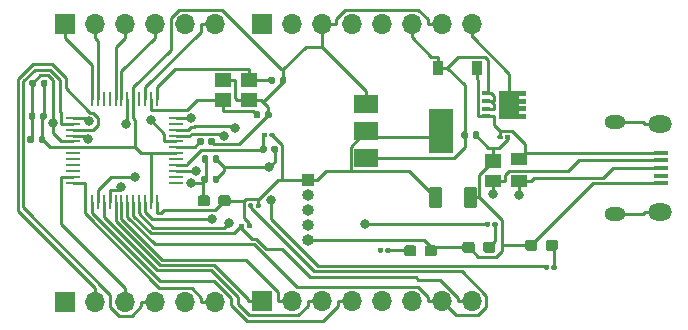
<source format=gtl>
%TF.GenerationSoftware,KiCad,Pcbnew,(5.1.10)-1*%
%TF.CreationDate,2021-11-18T18:04:20+00:00*%
%TF.ProjectId,arduino_zero_like,61726475-696e-46f5-9f7a-65726f5f6c69,rev?*%
%TF.SameCoordinates,Original*%
%TF.FileFunction,Copper,L1,Top*%
%TF.FilePolarity,Positive*%
%FSLAX46Y46*%
G04 Gerber Fmt 4.6, Leading zero omitted, Abs format (unit mm)*
G04 Created by KiCad (PCBNEW (5.1.10)-1) date 2021-11-18 18:04:20*
%MOMM*%
%LPD*%
G01*
G04 APERTURE LIST*
%TA.AperFunction,SMDPad,CuDef*%
%ADD10R,0.900000X1.200000*%
%TD*%
%TA.AperFunction,SMDPad,CuDef*%
%ADD11R,1.400000X1.200000*%
%TD*%
%TA.AperFunction,SMDPad,CuDef*%
%ADD12R,1.400000X1.000000*%
%TD*%
%TA.AperFunction,ComponentPad*%
%ADD13R,1.700000X1.700000*%
%TD*%
%TA.AperFunction,ComponentPad*%
%ADD14O,1.700000X1.700000*%
%TD*%
%TA.AperFunction,ComponentPad*%
%ADD15R,1.000000X1.000000*%
%TD*%
%TA.AperFunction,ComponentPad*%
%ADD16O,1.000000X1.000000*%
%TD*%
%TA.AperFunction,SMDPad,CuDef*%
%ADD17R,1.300000X0.450000*%
%TD*%
%TA.AperFunction,ComponentPad*%
%ADD18O,2.000000X1.450000*%
%TD*%
%TA.AperFunction,ComponentPad*%
%ADD19O,1.800000X1.150000*%
%TD*%
%TA.AperFunction,SMDPad,CuDef*%
%ADD20R,0.700000X0.420000*%
%TD*%
%TA.AperFunction,SMDPad,CuDef*%
%ADD21C,0.100000*%
%TD*%
%TA.AperFunction,SMDPad,CuDef*%
%ADD22R,2.000000X3.800000*%
%TD*%
%TA.AperFunction,SMDPad,CuDef*%
%ADD23R,2.000000X1.500000*%
%TD*%
%TA.AperFunction,SMDPad,CuDef*%
%ADD24R,0.250000X1.300000*%
%TD*%
%TA.AperFunction,SMDPad,CuDef*%
%ADD25R,1.300000X0.250000*%
%TD*%
%TA.AperFunction,ViaPad*%
%ADD26C,0.800000*%
%TD*%
%TA.AperFunction,Conductor*%
%ADD27C,0.250000*%
%TD*%
G04 APERTURE END LIST*
%TO.P,C1,2*%
%TO.N,GND*%
%TA.AperFunction,SMDPad,CuDef*%
G36*
G01*
X91440000Y-66560000D02*
X91440000Y-66220000D01*
G75*
G02*
X91580000Y-66080000I140000J0D01*
G01*
X91860000Y-66080000D01*
G75*
G02*
X92000000Y-66220000I0J-140000D01*
G01*
X92000000Y-66560000D01*
G75*
G02*
X91860000Y-66700000I-140000J0D01*
G01*
X91580000Y-66700000D01*
G75*
G02*
X91440000Y-66560000I0J140000D01*
G01*
G37*
%TD.AperFunction*%
%TO.P,C1,1*%
%TO.N,+5V*%
%TA.AperFunction,SMDPad,CuDef*%
G36*
G01*
X90480000Y-66560000D02*
X90480000Y-66220000D01*
G75*
G02*
X90620000Y-66080000I140000J0D01*
G01*
X90900000Y-66080000D01*
G75*
G02*
X91040000Y-66220000I0J-140000D01*
G01*
X91040000Y-66560000D01*
G75*
G02*
X90900000Y-66700000I-140000J0D01*
G01*
X90620000Y-66700000D01*
G75*
G02*
X90480000Y-66560000I0J140000D01*
G01*
G37*
%TD.AperFunction*%
%TD*%
%TO.P,C2,1*%
%TO.N,+3V3*%
%TA.AperFunction,SMDPad,CuDef*%
G36*
G01*
X87715000Y-72320001D02*
X87715000Y-71019999D01*
G75*
G02*
X87964999Y-70770000I249999J0D01*
G01*
X88615001Y-70770000D01*
G75*
G02*
X88865000Y-71019999I0J-249999D01*
G01*
X88865000Y-72320001D01*
G75*
G02*
X88615001Y-72570000I-249999J0D01*
G01*
X87964999Y-72570000D01*
G75*
G02*
X87715000Y-72320001I0J249999D01*
G01*
G37*
%TD.AperFunction*%
%TO.P,C2,2*%
%TO.N,GND*%
%TA.AperFunction,SMDPad,CuDef*%
G36*
G01*
X90665000Y-72320001D02*
X90665000Y-71019999D01*
G75*
G02*
X90914999Y-70770000I249999J0D01*
G01*
X91565001Y-70770000D01*
G75*
G02*
X91815000Y-71019999I0J-249999D01*
G01*
X91815000Y-72320001D01*
G75*
G02*
X91565001Y-72570000I-249999J0D01*
G01*
X90914999Y-72570000D01*
G75*
G02*
X90665000Y-72320001I0J249999D01*
G01*
G37*
%TD.AperFunction*%
%TD*%
%TO.P,C3,2*%
%TO.N,GND*%
%TA.AperFunction,SMDPad,CuDef*%
G36*
G01*
X75110000Y-61920000D02*
X75110000Y-61580000D01*
G75*
G02*
X75250000Y-61440000I140000J0D01*
G01*
X75530000Y-61440000D01*
G75*
G02*
X75670000Y-61580000I0J-140000D01*
G01*
X75670000Y-61920000D01*
G75*
G02*
X75530000Y-62060000I-140000J0D01*
G01*
X75250000Y-62060000D01*
G75*
G02*
X75110000Y-61920000I0J140000D01*
G01*
G37*
%TD.AperFunction*%
%TO.P,C3,1*%
%TO.N,Net-(C3-Pad1)*%
%TA.AperFunction,SMDPad,CuDef*%
G36*
G01*
X74150000Y-61920000D02*
X74150000Y-61580000D01*
G75*
G02*
X74290000Y-61440000I140000J0D01*
G01*
X74570000Y-61440000D01*
G75*
G02*
X74710000Y-61580000I0J-140000D01*
G01*
X74710000Y-61920000D01*
G75*
G02*
X74570000Y-62060000I-140000J0D01*
G01*
X74290000Y-62060000D01*
G75*
G02*
X74150000Y-61920000I0J140000D01*
G01*
G37*
%TD.AperFunction*%
%TD*%
%TO.P,C4,1*%
%TO.N,Net-(C4-Pad1)*%
%TA.AperFunction,SMDPad,CuDef*%
G36*
G01*
X72890000Y-64840000D02*
X72890000Y-64500000D01*
G75*
G02*
X73030000Y-64360000I140000J0D01*
G01*
X73310000Y-64360000D01*
G75*
G02*
X73450000Y-64500000I0J-140000D01*
G01*
X73450000Y-64840000D01*
G75*
G02*
X73310000Y-64980000I-140000J0D01*
G01*
X73030000Y-64980000D01*
G75*
G02*
X72890000Y-64840000I0J140000D01*
G01*
G37*
%TD.AperFunction*%
%TO.P,C4,2*%
%TO.N,GND*%
%TA.AperFunction,SMDPad,CuDef*%
G36*
G01*
X73850000Y-64840000D02*
X73850000Y-64500000D01*
G75*
G02*
X73990000Y-64360000I140000J0D01*
G01*
X74270000Y-64360000D01*
G75*
G02*
X74410000Y-64500000I0J-140000D01*
G01*
X74410000Y-64840000D01*
G75*
G02*
X74270000Y-64980000I-140000J0D01*
G01*
X73990000Y-64980000D01*
G75*
G02*
X73850000Y-64840000I0J140000D01*
G01*
G37*
%TD.AperFunction*%
%TD*%
%TO.P,C5,1*%
%TO.N,+3V3*%
%TA.AperFunction,SMDPad,CuDef*%
G36*
G01*
X53740000Y-66930000D02*
X53740000Y-66590000D01*
G75*
G02*
X53880000Y-66450000I140000J0D01*
G01*
X54160000Y-66450000D01*
G75*
G02*
X54300000Y-66590000I0J-140000D01*
G01*
X54300000Y-66930000D01*
G75*
G02*
X54160000Y-67070000I-140000J0D01*
G01*
X53880000Y-67070000D01*
G75*
G02*
X53740000Y-66930000I0J140000D01*
G01*
G37*
%TD.AperFunction*%
%TO.P,C5,2*%
%TO.N,GND*%
%TA.AperFunction,SMDPad,CuDef*%
G36*
G01*
X54700000Y-66930000D02*
X54700000Y-66590000D01*
G75*
G02*
X54840000Y-66450000I140000J0D01*
G01*
X55120000Y-66450000D01*
G75*
G02*
X55260000Y-66590000I0J-140000D01*
G01*
X55260000Y-66930000D01*
G75*
G02*
X55120000Y-67070000I-140000J0D01*
G01*
X54840000Y-67070000D01*
G75*
G02*
X54700000Y-66930000I0J140000D01*
G01*
G37*
%TD.AperFunction*%
%TD*%
%TO.P,C6,2*%
%TO.N,GND*%
%TA.AperFunction,SMDPad,CuDef*%
G36*
G01*
X74390000Y-67750000D02*
X74390000Y-67410000D01*
G75*
G02*
X74530000Y-67270000I140000J0D01*
G01*
X74810000Y-67270000D01*
G75*
G02*
X74950000Y-67410000I0J-140000D01*
G01*
X74950000Y-67750000D01*
G75*
G02*
X74810000Y-67890000I-140000J0D01*
G01*
X74530000Y-67890000D01*
G75*
G02*
X74390000Y-67750000I0J140000D01*
G01*
G37*
%TD.AperFunction*%
%TO.P,C6,1*%
%TO.N,Net-(C6-Pad1)*%
%TA.AperFunction,SMDPad,CuDef*%
G36*
G01*
X73430000Y-67750000D02*
X73430000Y-67410000D01*
G75*
G02*
X73570000Y-67270000I140000J0D01*
G01*
X73850000Y-67270000D01*
G75*
G02*
X73990000Y-67410000I0J-140000D01*
G01*
X73990000Y-67750000D01*
G75*
G02*
X73850000Y-67890000I-140000J0D01*
G01*
X73570000Y-67890000D01*
G75*
G02*
X73430000Y-67750000I0J140000D01*
G01*
G37*
%TD.AperFunction*%
%TD*%
%TO.P,C7,2*%
%TO.N,GND*%
%TA.AperFunction,SMDPad,CuDef*%
G36*
G01*
X54810000Y-64960000D02*
X54810000Y-64620000D01*
G75*
G02*
X54950000Y-64480000I140000J0D01*
G01*
X55230000Y-64480000D01*
G75*
G02*
X55370000Y-64620000I0J-140000D01*
G01*
X55370000Y-64960000D01*
G75*
G02*
X55230000Y-65100000I-140000J0D01*
G01*
X54950000Y-65100000D01*
G75*
G02*
X54810000Y-64960000I0J140000D01*
G01*
G37*
%TD.AperFunction*%
%TO.P,C7,1*%
%TO.N,+3V3*%
%TA.AperFunction,SMDPad,CuDef*%
G36*
G01*
X53850000Y-64960000D02*
X53850000Y-64620000D01*
G75*
G02*
X53990000Y-64480000I140000J0D01*
G01*
X54270000Y-64480000D01*
G75*
G02*
X54410000Y-64620000I0J-140000D01*
G01*
X54410000Y-64960000D01*
G75*
G02*
X54270000Y-65100000I-140000J0D01*
G01*
X53990000Y-65100000D01*
G75*
G02*
X53850000Y-64960000I0J140000D01*
G01*
G37*
%TD.AperFunction*%
%TD*%
%TO.P,C8,1*%
%TO.N,+3V3*%
%TA.AperFunction,SMDPad,CuDef*%
G36*
G01*
X53910000Y-62170000D02*
X53910000Y-61830000D01*
G75*
G02*
X54050000Y-61690000I140000J0D01*
G01*
X54330000Y-61690000D01*
G75*
G02*
X54470000Y-61830000I0J-140000D01*
G01*
X54470000Y-62170000D01*
G75*
G02*
X54330000Y-62310000I-140000J0D01*
G01*
X54050000Y-62310000D01*
G75*
G02*
X53910000Y-62170000I0J140000D01*
G01*
G37*
%TD.AperFunction*%
%TO.P,C8,2*%
%TO.N,GND*%
%TA.AperFunction,SMDPad,CuDef*%
G36*
G01*
X54870000Y-62170000D02*
X54870000Y-61830000D01*
G75*
G02*
X55010000Y-61690000I140000J0D01*
G01*
X55290000Y-61690000D01*
G75*
G02*
X55430000Y-61830000I0J-140000D01*
G01*
X55430000Y-62170000D01*
G75*
G02*
X55290000Y-62310000I-140000J0D01*
G01*
X55010000Y-62310000D01*
G75*
G02*
X54870000Y-62170000I0J140000D01*
G01*
G37*
%TD.AperFunction*%
%TD*%
%TO.P,C9,1*%
%TO.N,Net-(C9-Pad1)*%
%TA.AperFunction,SMDPad,CuDef*%
G36*
G01*
X68110000Y-67100000D02*
X68110000Y-66760000D01*
G75*
G02*
X68250000Y-66620000I140000J0D01*
G01*
X68530000Y-66620000D01*
G75*
G02*
X68670000Y-66760000I0J-140000D01*
G01*
X68670000Y-67100000D01*
G75*
G02*
X68530000Y-67240000I-140000J0D01*
G01*
X68250000Y-67240000D01*
G75*
G02*
X68110000Y-67100000I0J140000D01*
G01*
G37*
%TD.AperFunction*%
%TO.P,C9,2*%
%TO.N,GND*%
%TA.AperFunction,SMDPad,CuDef*%
G36*
G01*
X69070000Y-67100000D02*
X69070000Y-66760000D01*
G75*
G02*
X69210000Y-66620000I140000J0D01*
G01*
X69490000Y-66620000D01*
G75*
G02*
X69630000Y-66760000I0J-140000D01*
G01*
X69630000Y-67100000D01*
G75*
G02*
X69490000Y-67240000I-140000J0D01*
G01*
X69210000Y-67240000D01*
G75*
G02*
X69070000Y-67100000I0J140000D01*
G01*
G37*
%TD.AperFunction*%
%TD*%
%TO.P,C10,1*%
%TO.N,Net-(C10-Pad1)*%
%TA.AperFunction,SMDPad,CuDef*%
G36*
G01*
X68480000Y-68570000D02*
X68480000Y-68230000D01*
G75*
G02*
X68620000Y-68090000I140000J0D01*
G01*
X68900000Y-68090000D01*
G75*
G02*
X69040000Y-68230000I0J-140000D01*
G01*
X69040000Y-68570000D01*
G75*
G02*
X68900000Y-68710000I-140000J0D01*
G01*
X68620000Y-68710000D01*
G75*
G02*
X68480000Y-68570000I0J140000D01*
G01*
G37*
%TD.AperFunction*%
%TO.P,C10,2*%
%TO.N,GND*%
%TA.AperFunction,SMDPad,CuDef*%
G36*
G01*
X69440000Y-68570000D02*
X69440000Y-68230000D01*
G75*
G02*
X69580000Y-68090000I140000J0D01*
G01*
X69860000Y-68090000D01*
G75*
G02*
X70000000Y-68230000I0J-140000D01*
G01*
X70000000Y-68570000D01*
G75*
G02*
X69860000Y-68710000I-140000J0D01*
G01*
X69580000Y-68710000D01*
G75*
G02*
X69440000Y-68570000I0J140000D01*
G01*
G37*
%TD.AperFunction*%
%TD*%
%TO.P,C11,2*%
%TO.N,GND*%
%TA.AperFunction,SMDPad,CuDef*%
G36*
G01*
X69430000Y-70290000D02*
X69430000Y-69950000D01*
G75*
G02*
X69570000Y-69810000I140000J0D01*
G01*
X69850000Y-69810000D01*
G75*
G02*
X69990000Y-69950000I0J-140000D01*
G01*
X69990000Y-70290000D01*
G75*
G02*
X69850000Y-70430000I-140000J0D01*
G01*
X69570000Y-70430000D01*
G75*
G02*
X69430000Y-70290000I0J140000D01*
G01*
G37*
%TD.AperFunction*%
%TO.P,C11,1*%
%TO.N,Net-(C10-Pad1)*%
%TA.AperFunction,SMDPad,CuDef*%
G36*
G01*
X68470000Y-70290000D02*
X68470000Y-69950000D01*
G75*
G02*
X68610000Y-69810000I140000J0D01*
G01*
X68890000Y-69810000D01*
G75*
G02*
X69030000Y-69950000I0J-140000D01*
G01*
X69030000Y-70290000D01*
G75*
G02*
X68890000Y-70430000I-140000J0D01*
G01*
X68610000Y-70430000D01*
G75*
G02*
X68470000Y-70290000I0J140000D01*
G01*
G37*
%TD.AperFunction*%
%TD*%
D10*
%TO.P,D1,1*%
%TO.N,+5V*%
X88500000Y-60680000D03*
%TO.P,D1,2*%
%TO.N,VBUS*%
X91800000Y-60680000D03*
%TD*%
%TO.P,D2,1*%
%TO.N,GND*%
%TA.AperFunction,SMDPad,CuDef*%
G36*
G01*
X88430000Y-75952500D02*
X88430000Y-76427500D01*
G75*
G02*
X88192500Y-76665000I-237500J0D01*
G01*
X87617500Y-76665000D01*
G75*
G02*
X87380000Y-76427500I0J237500D01*
G01*
X87380000Y-75952500D01*
G75*
G02*
X87617500Y-75715000I237500J0D01*
G01*
X88192500Y-75715000D01*
G75*
G02*
X88430000Y-75952500I0J-237500D01*
G01*
G37*
%TD.AperFunction*%
%TO.P,D2,2*%
%TO.N,Net-(D2-Pad2)*%
%TA.AperFunction,SMDPad,CuDef*%
G36*
G01*
X86680000Y-75952500D02*
X86680000Y-76427500D01*
G75*
G02*
X86442500Y-76665000I-237500J0D01*
G01*
X85867500Y-76665000D01*
G75*
G02*
X85630000Y-76427500I0J237500D01*
G01*
X85630000Y-75952500D01*
G75*
G02*
X85867500Y-75715000I237500J0D01*
G01*
X86442500Y-75715000D01*
G75*
G02*
X86680000Y-75952500I0J-237500D01*
G01*
G37*
%TD.AperFunction*%
%TD*%
%TO.P,D3,2*%
%TO.N,Net-(D3-Pad2)*%
%TA.AperFunction,SMDPad,CuDef*%
G36*
G01*
X97615000Y-75957500D02*
X97615000Y-75482500D01*
G75*
G02*
X97852500Y-75245000I237500J0D01*
G01*
X98427500Y-75245000D01*
G75*
G02*
X98665000Y-75482500I0J-237500D01*
G01*
X98665000Y-75957500D01*
G75*
G02*
X98427500Y-76195000I-237500J0D01*
G01*
X97852500Y-76195000D01*
G75*
G02*
X97615000Y-75957500I0J237500D01*
G01*
G37*
%TD.AperFunction*%
%TO.P,D3,1*%
%TO.N,GND*%
%TA.AperFunction,SMDPad,CuDef*%
G36*
G01*
X95865000Y-75957500D02*
X95865000Y-75482500D01*
G75*
G02*
X96102500Y-75245000I237500J0D01*
G01*
X96677500Y-75245000D01*
G75*
G02*
X96915000Y-75482500I0J-237500D01*
G01*
X96915000Y-75957500D01*
G75*
G02*
X96677500Y-76195000I-237500J0D01*
G01*
X96102500Y-76195000D01*
G75*
G02*
X95865000Y-75957500I0J237500D01*
G01*
G37*
%TD.AperFunction*%
%TD*%
%TO.P,D4,1*%
%TO.N,GND*%
%TA.AperFunction,SMDPad,CuDef*%
G36*
G01*
X90560000Y-76127500D02*
X90560000Y-75652500D01*
G75*
G02*
X90797500Y-75415000I237500J0D01*
G01*
X91372500Y-75415000D01*
G75*
G02*
X91610000Y-75652500I0J-237500D01*
G01*
X91610000Y-76127500D01*
G75*
G02*
X91372500Y-76365000I-237500J0D01*
G01*
X90797500Y-76365000D01*
G75*
G02*
X90560000Y-76127500I0J237500D01*
G01*
G37*
%TD.AperFunction*%
%TO.P,D4,2*%
%TO.N,Net-(D4-Pad2)*%
%TA.AperFunction,SMDPad,CuDef*%
G36*
G01*
X92310000Y-76127500D02*
X92310000Y-75652500D01*
G75*
G02*
X92547500Y-75415000I237500J0D01*
G01*
X93122500Y-75415000D01*
G75*
G02*
X93360000Y-75652500I0J-237500D01*
G01*
X93360000Y-76127500D01*
G75*
G02*
X93122500Y-76365000I-237500J0D01*
G01*
X92547500Y-76365000D01*
G75*
G02*
X92310000Y-76127500I0J237500D01*
G01*
G37*
%TD.AperFunction*%
%TD*%
D11*
%TO.P,D5,1*%
%TO.N,GND*%
X93150000Y-68580000D03*
D12*
%TO.P,D5,2*%
%TO.N,/USB_D-*%
X93150000Y-70300000D03*
%TO.P,D5,3*%
%TO.N,/USB_D+*%
X95350000Y-70300000D03*
%TO.P,D5,4*%
%TO.N,VBUS*%
X95350000Y-68400000D03*
%TD*%
D13*
%TO.P,J1,1*%
%TO.N,D0_RX*%
X56950000Y-80520000D03*
D14*
%TO.P,J1,2*%
%TO.N,D1_TX*%
X59490000Y-80520000D03*
%TO.P,J1,3*%
%TO.N,D2*%
X62030000Y-80520000D03*
%TO.P,J1,4*%
%TO.N,D3*%
X64570000Y-80520000D03*
%TO.P,J1,5*%
%TO.N,D4*%
X67110000Y-80520000D03*
%TO.P,J1,6*%
%TO.N,D5*%
X69650000Y-80520000D03*
%TD*%
D13*
%TO.P,J2,1*%
%TO.N,D9*%
X56900000Y-56980000D03*
D14*
%TO.P,J2,2*%
%TO.N,D8*%
X59440000Y-56980000D03*
%TO.P,J2,3*%
%TO.N,A2*%
X61980000Y-56980000D03*
%TO.P,J2,4*%
%TO.N,A1*%
X64520000Y-56980000D03*
%TO.P,J2,5*%
%TO.N,VREFA*%
X67060000Y-56980000D03*
%TO.P,J2,6*%
%TO.N,A0*%
X69600000Y-56980000D03*
%TD*%
%TO.P,J3,8*%
%TO.N,SCL*%
X91360000Y-80460000D03*
%TO.P,J3,7*%
%TO.N,SDA*%
X88820000Y-80460000D03*
%TO.P,J3,6*%
%TO.N,D13*%
X86280000Y-80460000D03*
%TO.P,J3,5*%
%TO.N,D12*%
X83740000Y-80460000D03*
%TO.P,J3,4*%
%TO.N,D11*%
X81200000Y-80460000D03*
%TO.P,J3,3*%
%TO.N,D10*%
X78660000Y-80460000D03*
%TO.P,J3,2*%
%TO.N,D7*%
X76120000Y-80460000D03*
D13*
%TO.P,J3,1*%
%TO.N,D6*%
X73580000Y-80460000D03*
%TD*%
%TO.P,J4,1*%
%TO.N,+3V3*%
X73580000Y-56940000D03*
D14*
%TO.P,J4,2*%
%TO.N,SWCLK*%
X76120000Y-56940000D03*
%TO.P,J4,3*%
%TO.N,GND*%
X78660000Y-56940000D03*
%TO.P,J4,4*%
%TO.N,SWDIO*%
X81200000Y-56940000D03*
%TO.P,J4,5*%
%TO.N,RESETN*%
X83740000Y-56940000D03*
%TO.P,J4,6*%
%TO.N,+5V*%
X86280000Y-56940000D03*
%TO.P,J4,7*%
%TO.N,GND*%
X88820000Y-56940000D03*
%TO.P,J4,8*%
%TO.N,VIN*%
X91360000Y-56940000D03*
%TD*%
D15*
%TO.P,J5,1*%
%TO.N,+3V3*%
X77470000Y-70220000D03*
D16*
%TO.P,J5,2*%
%TO.N,SWDIO*%
X77470000Y-71490000D03*
%TO.P,J5,3*%
%TO.N,GND*%
X77470000Y-72760000D03*
%TO.P,J5,4*%
%TO.N,SWCLK*%
X77470000Y-74030000D03*
%TO.P,J5,5*%
%TO.N,GND*%
X77470000Y-75300000D03*
%TD*%
D17*
%TO.P,J6,1*%
%TO.N,VBUS*%
X107370000Y-67870000D03*
%TO.P,J6,2*%
%TO.N,/USB_D-*%
X107370000Y-68520000D03*
%TO.P,J6,3*%
%TO.N,/USB_D+*%
X107370000Y-69170000D03*
%TO.P,J6,4*%
%TO.N,Net-(J6-Pad4)*%
X107370000Y-69820000D03*
%TO.P,J6,5*%
%TO.N,GND*%
X107370000Y-70470000D03*
D18*
%TO.P,J6,6*%
%TO.N,Net-(J6-Pad6)*%
X107320000Y-65445000D03*
X107320000Y-72895000D03*
D19*
X103520000Y-65295000D03*
X103520000Y-73045000D03*
%TD*%
%TO.P,L1,1*%
%TO.N,Net-(C10-Pad1)*%
%TA.AperFunction,SMDPad,CuDef*%
G36*
G01*
X68140000Y-72187500D02*
X68140000Y-71712500D01*
G75*
G02*
X68377500Y-71475000I237500J0D01*
G01*
X68952500Y-71475000D01*
G75*
G02*
X69190000Y-71712500I0J-237500D01*
G01*
X69190000Y-72187500D01*
G75*
G02*
X68952500Y-72425000I-237500J0D01*
G01*
X68377500Y-72425000D01*
G75*
G02*
X68140000Y-72187500I0J237500D01*
G01*
G37*
%TD.AperFunction*%
%TO.P,L1,2*%
%TO.N,+3V3*%
%TA.AperFunction,SMDPad,CuDef*%
G36*
G01*
X69890000Y-72187500D02*
X69890000Y-71712500D01*
G75*
G02*
X70127500Y-71475000I237500J0D01*
G01*
X70702500Y-71475000D01*
G75*
G02*
X70940000Y-71712500I0J-237500D01*
G01*
X70940000Y-72187500D01*
G75*
G02*
X70702500Y-72425000I-237500J0D01*
G01*
X70127500Y-72425000D01*
G75*
G02*
X69890000Y-72187500I0J237500D01*
G01*
G37*
%TD.AperFunction*%
%TD*%
D20*
%TO.P,Q1,1*%
%TO.N,+5V*%
X92570000Y-62855000D03*
%TO.P,Q1,3*%
X92570000Y-64155000D03*
%TO.P,Q1,2*%
X92570000Y-63505000D03*
%TO.P,Q1,4*%
%TO.N,VBUS*%
X92570000Y-64805000D03*
%TA.AperFunction,SMDPad,CuDef*%
D21*
%TO.P,Q1,5*%
%TO.N,VIN*%
G36*
X95920000Y-63065000D02*
G01*
X95380000Y-63065000D01*
X95380000Y-63295000D01*
X95920000Y-63295000D01*
X95920000Y-63715000D01*
X95380000Y-63715000D01*
X95380000Y-63945000D01*
X95920000Y-63945000D01*
X95920000Y-64365000D01*
X95380000Y-64365000D01*
X95380000Y-64595000D01*
X95920000Y-64595000D01*
X95920000Y-65015000D01*
X93670000Y-65015000D01*
X93670000Y-62645000D01*
X95920000Y-62645000D01*
X95920000Y-63065000D01*
G37*
%TD.AperFunction*%
%TD*%
%TO.P,R1,1*%
%TO.N,VBUS*%
%TA.AperFunction,SMDPad,CuDef*%
G36*
G01*
X93530000Y-66650000D02*
X93530000Y-66450000D01*
G75*
G02*
X93630000Y-66350000I100000J0D01*
G01*
X93890000Y-66350000D01*
G75*
G02*
X93990000Y-66450000I0J-100000D01*
G01*
X93990000Y-66650000D01*
G75*
G02*
X93890000Y-66750000I-100000J0D01*
G01*
X93630000Y-66750000D01*
G75*
G02*
X93530000Y-66650000I0J100000D01*
G01*
G37*
%TD.AperFunction*%
%TO.P,R1,2*%
%TO.N,GND*%
%TA.AperFunction,SMDPad,CuDef*%
G36*
G01*
X94170000Y-66650000D02*
X94170000Y-66450000D01*
G75*
G02*
X94270000Y-66350000I100000J0D01*
G01*
X94530000Y-66350000D01*
G75*
G02*
X94630000Y-66450000I0J-100000D01*
G01*
X94630000Y-66650000D01*
G75*
G02*
X94530000Y-66750000I-100000J0D01*
G01*
X94270000Y-66750000D01*
G75*
G02*
X94170000Y-66650000I0J100000D01*
G01*
G37*
%TD.AperFunction*%
%TD*%
%TO.P,R2,1*%
%TO.N,Net-(C6-Pad1)*%
%TA.AperFunction,SMDPad,CuDef*%
G36*
G01*
X73580000Y-66490000D02*
X73580000Y-66290000D01*
G75*
G02*
X73680000Y-66190000I100000J0D01*
G01*
X73940000Y-66190000D01*
G75*
G02*
X74040000Y-66290000I0J-100000D01*
G01*
X74040000Y-66490000D01*
G75*
G02*
X73940000Y-66590000I-100000J0D01*
G01*
X73680000Y-66590000D01*
G75*
G02*
X73580000Y-66490000I0J100000D01*
G01*
G37*
%TD.AperFunction*%
%TO.P,R2,2*%
%TO.N,+3V3*%
%TA.AperFunction,SMDPad,CuDef*%
G36*
G01*
X74220000Y-66490000D02*
X74220000Y-66290000D01*
G75*
G02*
X74320000Y-66190000I100000J0D01*
G01*
X74580000Y-66190000D01*
G75*
G02*
X74680000Y-66290000I0J-100000D01*
G01*
X74680000Y-66490000D01*
G75*
G02*
X74580000Y-66590000I-100000J0D01*
G01*
X74320000Y-66590000D01*
G75*
G02*
X74220000Y-66490000I0J100000D01*
G01*
G37*
%TD.AperFunction*%
%TD*%
%TO.P,R3,2*%
%TO.N,Net-(D2-Pad2)*%
%TA.AperFunction,SMDPad,CuDef*%
G36*
G01*
X84040000Y-76230000D02*
X84040000Y-76030000D01*
G75*
G02*
X84140000Y-75930000I100000J0D01*
G01*
X84400000Y-75930000D01*
G75*
G02*
X84500000Y-76030000I0J-100000D01*
G01*
X84500000Y-76230000D01*
G75*
G02*
X84400000Y-76330000I-100000J0D01*
G01*
X84140000Y-76330000D01*
G75*
G02*
X84040000Y-76230000I0J100000D01*
G01*
G37*
%TD.AperFunction*%
%TO.P,R3,1*%
%TO.N,VCC*%
%TA.AperFunction,SMDPad,CuDef*%
G36*
G01*
X83400000Y-76230000D02*
X83400000Y-76030000D01*
G75*
G02*
X83500000Y-75930000I100000J0D01*
G01*
X83760000Y-75930000D01*
G75*
G02*
X83860000Y-76030000I0J-100000D01*
G01*
X83860000Y-76230000D01*
G75*
G02*
X83760000Y-76330000I-100000J0D01*
G01*
X83500000Y-76330000D01*
G75*
G02*
X83400000Y-76230000I0J100000D01*
G01*
G37*
%TD.AperFunction*%
%TD*%
%TO.P,R4,1*%
%TO.N,/PB03_RX_LED*%
%TA.AperFunction,SMDPad,CuDef*%
G36*
G01*
X97450000Y-77680000D02*
X97450000Y-77480000D01*
G75*
G02*
X97550000Y-77380000I100000J0D01*
G01*
X97810000Y-77380000D01*
G75*
G02*
X97910000Y-77480000I0J-100000D01*
G01*
X97910000Y-77680000D01*
G75*
G02*
X97810000Y-77780000I-100000J0D01*
G01*
X97550000Y-77780000D01*
G75*
G02*
X97450000Y-77680000I0J100000D01*
G01*
G37*
%TD.AperFunction*%
%TO.P,R4,2*%
%TO.N,Net-(D3-Pad2)*%
%TA.AperFunction,SMDPad,CuDef*%
G36*
G01*
X98090000Y-77680000D02*
X98090000Y-77480000D01*
G75*
G02*
X98190000Y-77380000I100000J0D01*
G01*
X98450000Y-77380000D01*
G75*
G02*
X98550000Y-77480000I0J-100000D01*
G01*
X98550000Y-77680000D01*
G75*
G02*
X98450000Y-77780000I-100000J0D01*
G01*
X98190000Y-77780000D01*
G75*
G02*
X98090000Y-77680000I0J100000D01*
G01*
G37*
%TD.AperFunction*%
%TD*%
%TO.P,R5,2*%
%TO.N,Net-(D4-Pad2)*%
%TA.AperFunction,SMDPad,CuDef*%
G36*
G01*
X93100000Y-74030000D02*
X93100000Y-73830000D01*
G75*
G02*
X93200000Y-73730000I100000J0D01*
G01*
X93460000Y-73730000D01*
G75*
G02*
X93560000Y-73830000I0J-100000D01*
G01*
X93560000Y-74030000D01*
G75*
G02*
X93460000Y-74130000I-100000J0D01*
G01*
X93200000Y-74130000D01*
G75*
G02*
X93100000Y-74030000I0J100000D01*
G01*
G37*
%TD.AperFunction*%
%TO.P,R5,1*%
%TO.N,/PA27_TX_LED*%
%TA.AperFunction,SMDPad,CuDef*%
G36*
G01*
X92460000Y-74030000D02*
X92460000Y-73830000D01*
G75*
G02*
X92560000Y-73730000I100000J0D01*
G01*
X92820000Y-73730000D01*
G75*
G02*
X92920000Y-73830000I0J-100000D01*
G01*
X92920000Y-74030000D01*
G75*
G02*
X92820000Y-74130000I-100000J0D01*
G01*
X92560000Y-74130000D01*
G75*
G02*
X92460000Y-74030000I0J100000D01*
G01*
G37*
%TD.AperFunction*%
%TD*%
%TO.P,R6,2*%
%TO.N,SDA*%
%TA.AperFunction,SMDPad,CuDef*%
G36*
G01*
X72880000Y-72270000D02*
X72880000Y-72470000D01*
G75*
G02*
X72780000Y-72570000I-100000J0D01*
G01*
X72520000Y-72570000D01*
G75*
G02*
X72420000Y-72470000I0J100000D01*
G01*
X72420000Y-72270000D01*
G75*
G02*
X72520000Y-72170000I100000J0D01*
G01*
X72780000Y-72170000D01*
G75*
G02*
X72880000Y-72270000I0J-100000D01*
G01*
G37*
%TD.AperFunction*%
%TO.P,R6,1*%
%TO.N,+3V3*%
%TA.AperFunction,SMDPad,CuDef*%
G36*
G01*
X73520000Y-72270000D02*
X73520000Y-72470000D01*
G75*
G02*
X73420000Y-72570000I-100000J0D01*
G01*
X73160000Y-72570000D01*
G75*
G02*
X73060000Y-72470000I0J100000D01*
G01*
X73060000Y-72270000D01*
G75*
G02*
X73160000Y-72170000I100000J0D01*
G01*
X73420000Y-72170000D01*
G75*
G02*
X73520000Y-72270000I0J-100000D01*
G01*
G37*
%TD.AperFunction*%
%TD*%
%TO.P,R7,1*%
%TO.N,+3V3*%
%TA.AperFunction,SMDPad,CuDef*%
G36*
G01*
X72750000Y-73990000D02*
X72750000Y-74190000D01*
G75*
G02*
X72650000Y-74290000I-100000J0D01*
G01*
X72390000Y-74290000D01*
G75*
G02*
X72290000Y-74190000I0J100000D01*
G01*
X72290000Y-73990000D01*
G75*
G02*
X72390000Y-73890000I100000J0D01*
G01*
X72650000Y-73890000D01*
G75*
G02*
X72750000Y-73990000I0J-100000D01*
G01*
G37*
%TD.AperFunction*%
%TO.P,R7,2*%
%TO.N,SCL*%
%TA.AperFunction,SMDPad,CuDef*%
G36*
G01*
X72110000Y-73990000D02*
X72110000Y-74190000D01*
G75*
G02*
X72010000Y-74290000I-100000J0D01*
G01*
X71750000Y-74290000D01*
G75*
G02*
X71650000Y-74190000I0J100000D01*
G01*
X71650000Y-73990000D01*
G75*
G02*
X71750000Y-73890000I100000J0D01*
G01*
X72010000Y-73890000D01*
G75*
G02*
X72110000Y-73990000I0J-100000D01*
G01*
G37*
%TD.AperFunction*%
%TD*%
D22*
%TO.P,U1,2*%
%TO.N,+3V3*%
X88730000Y-66050000D03*
D23*
X82430000Y-66050000D03*
%TO.P,U1,3*%
%TO.N,+5V*%
X82430000Y-68350000D03*
%TO.P,U1,1*%
%TO.N,GND*%
X82430000Y-63750000D03*
%TD*%
D24*
%TO.P,U2,1*%
%TO.N,Net-(C3-Pad1)*%
X64700000Y-63330000D03*
%TO.P,U2,2*%
%TO.N,Net-(C4-Pad1)*%
X64200000Y-63330000D03*
%TO.P,U2,3*%
%TO.N,A0*%
X63700000Y-63330000D03*
%TO.P,U2,4*%
%TO.N,/PA03_AREFA*%
X63200000Y-63330000D03*
%TO.P,U2,5*%
%TO.N,GND*%
X62700000Y-63330000D03*
%TO.P,U2,6*%
%TO.N,Net-(C10-Pad1)*%
X62200000Y-63330000D03*
%TO.P,U2,7*%
%TO.N,A1*%
X61700000Y-63330000D03*
%TO.P,U2,8*%
%TO.N,A2*%
X61200000Y-63330000D03*
%TO.P,U2,9*%
%TO.N,/PA04_AIN4*%
X60700000Y-63330000D03*
%TO.P,U2,10*%
%TO.N,/PA05_AIN5*%
X60200000Y-63330000D03*
%TO.P,U2,11*%
%TO.N,D8*%
X59700000Y-63330000D03*
%TO.P,U2,12*%
%TO.N,D9*%
X59200000Y-63330000D03*
D25*
%TO.P,U2,13*%
%TO.N,D4*%
X57600000Y-64930000D03*
%TO.P,U2,14*%
%TO.N,D3*%
X57600000Y-65430000D03*
%TO.P,U2,15*%
%TO.N,D1_TX*%
X57600000Y-65930000D03*
%TO.P,U2,16*%
%TO.N,D0_RX*%
X57600000Y-66430000D03*
%TO.P,U2,17*%
%TO.N,+3V3*%
X57600000Y-66930000D03*
%TO.P,U2,18*%
%TO.N,GND*%
X57600000Y-67430000D03*
%TO.P,U2,19*%
%TO.N,/PB10_SPI_MOSI*%
X57600000Y-67930000D03*
%TO.P,U2,20*%
%TO.N,/PB11_SPI_SCK*%
X57600000Y-68430000D03*
%TO.P,U2,21*%
%TO.N,Net-(U2-Pad21)*%
X57600000Y-68930000D03*
%TO.P,U2,22*%
%TO.N,Net-(U2-Pad22)*%
X57600000Y-69430000D03*
%TO.P,U2,23*%
%TO.N,D2*%
X57600000Y-69930000D03*
%TO.P,U2,24*%
%TO.N,D5*%
X57600000Y-70430000D03*
D24*
%TO.P,U2,25*%
%TO.N,D11*%
X59200000Y-72030000D03*
%TO.P,U2,26*%
%TO.N,D13*%
X59700000Y-72030000D03*
%TO.P,U2,27*%
%TO.N,D10*%
X60200000Y-72030000D03*
%TO.P,U2,28*%
%TO.N,D12*%
X60700000Y-72030000D03*
%TO.P,U2,29*%
%TO.N,D6*%
X61200000Y-72030000D03*
%TO.P,U2,30*%
%TO.N,D7*%
X61700000Y-72030000D03*
%TO.P,U2,31*%
%TO.N,SDA*%
X62200000Y-72030000D03*
%TO.P,U2,32*%
%TO.N,SCL*%
X62700000Y-72030000D03*
%TO.P,U2,33*%
%TO.N,/USB_D-*%
X63200000Y-72030000D03*
%TO.P,U2,34*%
%TO.N,/USB_D+*%
X63700000Y-72030000D03*
%TO.P,U2,35*%
%TO.N,GND*%
X64200000Y-72030000D03*
%TO.P,U2,36*%
%TO.N,+3V3*%
X64700000Y-72030000D03*
D25*
%TO.P,U2,37*%
%TO.N,/PB22_TXD*%
X66300000Y-70430000D03*
%TO.P,U2,38*%
%TO.N,/PB23_RXD*%
X66300000Y-69930000D03*
%TO.P,U2,39*%
%TO.N,/PA27_TX_LED*%
X66300000Y-69430000D03*
%TO.P,U2,40*%
%TO.N,Net-(C6-Pad1)*%
X66300000Y-68930000D03*
%TO.P,U2,41*%
%TO.N,Net-(U2-Pad41)*%
X66300000Y-68430000D03*
%TO.P,U2,42*%
%TO.N,GND*%
X66300000Y-67930000D03*
%TO.P,U2,43*%
%TO.N,Net-(C9-Pad1)*%
X66300000Y-67430000D03*
%TO.P,U2,44*%
%TO.N,+3V3*%
X66300000Y-66930000D03*
%TO.P,U2,45*%
%TO.N,SWCLK*%
X66300000Y-66430000D03*
%TO.P,U2,46*%
%TO.N,SWDIO*%
X66300000Y-65930000D03*
%TO.P,U2,47*%
%TO.N,/PB02_AIN10*%
X66300000Y-65430000D03*
%TO.P,U2,48*%
%TO.N,/PB03_RX_LED*%
X66300000Y-64930000D03*
%TD*%
D11*
%TO.P,Y1,1*%
%TO.N,Net-(C4-Pad1)*%
X70320000Y-63430000D03*
%TO.P,Y1,2*%
%TO.N,GND*%
X72520000Y-63430000D03*
%TO.P,Y1,3*%
%TO.N,Net-(C3-Pad1)*%
X72520000Y-61730000D03*
%TO.P,Y1,4*%
%TO.N,GND*%
X70320000Y-61730000D03*
%TD*%
D26*
%TO.N,GND*%
X74223700Y-69079000D03*
%TO.N,+3V3*%
X64207400Y-65137300D03*
X55884500Y-65366600D03*
%TO.N,Net-(C10-Pad1)*%
X67582900Y-70465000D03*
X62115800Y-65417500D03*
%TO.N,/USB_D-*%
X93150000Y-71404200D03*
X70770700Y-73853000D03*
%TO.N,/USB_D+*%
X95350000Y-71433200D03*
X69365300Y-73488400D03*
%TO.N,D0_RX*%
X58883300Y-66698700D03*
%TO.N,D4*%
X58969200Y-65204700D03*
%TO.N,D13*%
X62848200Y-69899500D03*
%TO.N,D12*%
X61698500Y-70777800D03*
%TO.N,SWCLK*%
X70397800Y-66430000D03*
%TO.N,SWDIO*%
X71281900Y-65755300D03*
%TO.N,/PB03_RX_LED*%
X74387600Y-71896400D03*
X67581700Y-64980300D03*
%TO.N,/PA27_TX_LED*%
X82287400Y-73930000D03*
X68038700Y-69430000D03*
%TD*%
D27*
%TO.N,GND*%
X70399000Y-69079000D02*
X69720000Y-68400000D01*
X74223700Y-69079000D02*
X70399000Y-69079000D01*
X70399000Y-69079000D02*
X70399000Y-69431000D01*
X70399000Y-69431000D02*
X69710000Y-70120000D01*
X74670000Y-67580000D02*
X74670000Y-68632700D01*
X74670000Y-68632700D02*
X74223700Y-69079000D01*
X96390000Y-75720000D02*
X101640000Y-70470000D01*
X101640000Y-70470000D02*
X107370000Y-70470000D01*
X93897400Y-75720000D02*
X96390000Y-75720000D01*
X69350000Y-66930000D02*
X69575300Y-67155300D01*
X69575300Y-67155300D02*
X71653000Y-67155300D01*
X71653000Y-67155300D02*
X74130000Y-64678300D01*
X74130000Y-64678300D02*
X74130000Y-64670000D01*
X62879200Y-67430000D02*
X58575300Y-67430000D01*
X64200000Y-67930000D02*
X63379200Y-67930000D01*
X63379200Y-67930000D02*
X62879200Y-67430000D01*
X62700000Y-63330000D02*
X62700000Y-64966700D01*
X62700000Y-64966700D02*
X62879200Y-65145900D01*
X62879200Y-65145900D02*
X62879200Y-67430000D01*
X57600000Y-67430000D02*
X58575300Y-67430000D01*
X64200000Y-67930000D02*
X66300000Y-67930000D01*
X64200000Y-71054700D02*
X64200000Y-67930000D01*
X93897400Y-75720000D02*
X93897400Y-76213500D01*
X93897400Y-76213500D02*
X93404000Y-76706900D01*
X93404000Y-76706900D02*
X91901900Y-76706900D01*
X91901900Y-76706900D02*
X91085000Y-75890000D01*
X91961600Y-71670000D02*
X93897400Y-73605800D01*
X93897400Y-73605800D02*
X93897400Y-75720000D01*
X91961600Y-71670000D02*
X91240000Y-71670000D01*
X93150000Y-68580000D02*
X91961600Y-69768400D01*
X91961600Y-69768400D02*
X91961600Y-71670000D01*
X87905000Y-75890000D02*
X91085000Y-75890000D01*
X77470000Y-75300000D02*
X78295300Y-75300000D01*
X78295300Y-75300000D02*
X87315000Y-75300000D01*
X87315000Y-75300000D02*
X87905000Y-75890000D01*
X73685400Y-63570000D02*
X74130000Y-64014700D01*
X74130000Y-64014700D02*
X74130000Y-64670000D01*
X57600000Y-67430000D02*
X55650000Y-67430000D01*
X55650000Y-67430000D02*
X54980000Y-66760000D01*
X72520000Y-63430000D02*
X71494700Y-63430000D01*
X70320000Y-61730000D02*
X71345300Y-61730000D01*
X71345300Y-61730000D02*
X71345300Y-63280600D01*
X71345300Y-63280600D02*
X71494700Y-63430000D01*
X55090000Y-64790000D02*
X54980000Y-64900000D01*
X54980000Y-64900000D02*
X54980000Y-66760000D01*
X55150000Y-62000000D02*
X55150000Y-64730000D01*
X55150000Y-64730000D02*
X55090000Y-64790000D01*
X87905000Y-75890000D02*
X87905000Y-76190000D01*
X78660000Y-58904700D02*
X82430000Y-62674700D01*
X78660000Y-58002700D02*
X78660000Y-58904700D01*
X75390000Y-60827400D02*
X77312700Y-58904700D01*
X77312700Y-58904700D02*
X78660000Y-58904700D01*
X82430000Y-63750000D02*
X82430000Y-62674700D01*
X78660000Y-56940000D02*
X78660000Y-58002700D01*
X73545300Y-63430000D02*
X73685400Y-63570000D01*
X73685400Y-63570000D02*
X75390000Y-61865400D01*
X75390000Y-61865400D02*
X75390000Y-61750000D01*
X75390000Y-60827400D02*
X75237300Y-60827400D01*
X75237300Y-60827400D02*
X70183100Y-55773200D01*
X70183100Y-55773200D02*
X66574500Y-55773200D01*
X66574500Y-55773200D02*
X65884600Y-56463100D01*
X65884600Y-56463100D02*
X65884600Y-59170100D01*
X65884600Y-59170100D02*
X62700000Y-62354700D01*
X75390000Y-61750000D02*
X75390000Y-60827400D01*
X93150000Y-67439300D02*
X92769300Y-67439300D01*
X92769300Y-67439300D02*
X91720000Y-66390000D01*
X94400000Y-66550000D02*
X94400000Y-66745000D01*
X94400000Y-66745000D02*
X93705700Y-67439300D01*
X93705700Y-67439300D02*
X93150000Y-67439300D01*
X93150000Y-67654700D02*
X93150000Y-67439300D01*
X93150000Y-68580000D02*
X93150000Y-67654700D01*
X62700000Y-63330000D02*
X62700000Y-62354700D01*
X88820000Y-56940000D02*
X87644700Y-56940000D01*
X78660000Y-56940000D02*
X79835300Y-56940000D01*
X79835300Y-56940000D02*
X79835300Y-56572700D01*
X79835300Y-56572700D02*
X80643300Y-55764700D01*
X80643300Y-55764700D02*
X86836800Y-55764700D01*
X86836800Y-55764700D02*
X87644700Y-56572600D01*
X87644700Y-56572600D02*
X87644700Y-56940000D01*
X72520000Y-63430000D02*
X73545300Y-63430000D01*
X64200000Y-72030000D02*
X64200000Y-71054700D01*
%TO.N,+5V*%
X92961800Y-63505000D02*
X93245300Y-63788500D01*
X93245300Y-63788500D02*
X93245300Y-64155000D01*
X92907700Y-63505000D02*
X92961800Y-63505000D01*
X92961800Y-63505000D02*
X93245300Y-63505000D01*
X92570000Y-64155000D02*
X93245300Y-64155000D01*
X92570000Y-63505000D02*
X92907700Y-63505000D01*
X92738900Y-62855000D02*
X92738900Y-60041300D01*
X92738900Y-60041300D02*
X92443000Y-59745400D01*
X92443000Y-59745400D02*
X90209900Y-59745400D01*
X90209900Y-59745400D02*
X89275300Y-60680000D01*
X92738900Y-62855000D02*
X93004000Y-62855000D01*
X93004000Y-62855000D02*
X93245300Y-63096300D01*
X93245300Y-63096300D02*
X93245300Y-63505000D01*
X92570000Y-62855000D02*
X92738900Y-62855000D01*
X88500000Y-60680000D02*
X89275300Y-60680000D01*
X90760000Y-66390000D02*
X90760000Y-62164700D01*
X90760000Y-62164700D02*
X89275300Y-60680000D01*
X82430000Y-68350000D02*
X89830800Y-68350000D01*
X89830800Y-68350000D02*
X90760000Y-67420800D01*
X90760000Y-67420800D02*
X90760000Y-66390000D01*
X88500000Y-60680000D02*
X88500000Y-59754700D01*
X86280000Y-56940000D02*
X86280000Y-58115300D01*
X86280000Y-58115300D02*
X87919400Y-59754700D01*
X87919400Y-59754700D02*
X88500000Y-59754700D01*
%TO.N,+3V3*%
X73290000Y-71912000D02*
X73290000Y-72370000D01*
X75302500Y-70220000D02*
X74982000Y-70220000D01*
X74982000Y-70220000D02*
X73290000Y-71912000D01*
X72094000Y-71950000D02*
X72208700Y-71835300D01*
X72208700Y-71835300D02*
X73213300Y-71835300D01*
X73213300Y-71835300D02*
X73290000Y-71912000D01*
X72094000Y-71950000D02*
X70415000Y-71950000D01*
X72520000Y-74090000D02*
X72520000Y-73843400D01*
X72520000Y-73843400D02*
X72094000Y-73417400D01*
X72094000Y-73417400D02*
X72094000Y-71950000D01*
X75302500Y-70220000D02*
X77470000Y-70220000D01*
X74450000Y-66390000D02*
X75302500Y-67242500D01*
X75302500Y-67242500D02*
X75302500Y-70220000D01*
X81100500Y-69462700D02*
X86082700Y-69462700D01*
X86082700Y-69462700D02*
X88290000Y-71670000D01*
X78295300Y-70220000D02*
X79052600Y-69462700D01*
X79052600Y-69462700D02*
X81100500Y-69462700D01*
X81100500Y-69462700D02*
X81100500Y-67414800D01*
X81100500Y-67414800D02*
X81927700Y-66587600D01*
X81927700Y-66587600D02*
X82430000Y-66587600D01*
X77470000Y-70220000D02*
X78295300Y-70220000D01*
X66300000Y-66930000D02*
X65324700Y-66930000D01*
X70415000Y-71950000D02*
X69613800Y-72751200D01*
X69613800Y-72751200D02*
X65277400Y-72751200D01*
X65277400Y-72751200D02*
X65023300Y-73005300D01*
X65023300Y-73005300D02*
X64700000Y-73005300D01*
X64700000Y-72030000D02*
X64700000Y-73005300D01*
X65324700Y-66930000D02*
X65324700Y-66254600D01*
X65324700Y-66254600D02*
X64207400Y-65137300D01*
X57600000Y-66930000D02*
X56624700Y-66930000D01*
X55884500Y-65366600D02*
X55884500Y-66189800D01*
X55884500Y-66189800D02*
X56624700Y-66930000D01*
X54190000Y-62000000D02*
X54190000Y-61973300D01*
X54190000Y-61973300D02*
X54824500Y-61338800D01*
X54824500Y-61338800D02*
X55474700Y-61338800D01*
X55474700Y-61338800D02*
X55884400Y-61748500D01*
X55884400Y-61748500D02*
X55884400Y-65366600D01*
X55884400Y-65366600D02*
X55884500Y-65366600D01*
X82430000Y-66587600D02*
X88192400Y-66587600D01*
X88192400Y-66587600D02*
X88730000Y-66050000D01*
X82430000Y-66050000D02*
X82430000Y-66587600D01*
X54130000Y-64790000D02*
X54130000Y-66650000D01*
X54130000Y-66650000D02*
X54020000Y-66760000D01*
X54130000Y-64790000D02*
X54130000Y-62060000D01*
X54130000Y-62060000D02*
X54190000Y-62000000D01*
%TO.N,Net-(C3-Pad1)*%
X72520000Y-61730000D02*
X72520000Y-60804700D01*
X72520000Y-60804700D02*
X66250000Y-60804700D01*
X66250000Y-60804700D02*
X64700000Y-62354700D01*
X74430000Y-61750000D02*
X74410000Y-61730000D01*
X74410000Y-61730000D02*
X72520000Y-61730000D01*
X64700000Y-63330000D02*
X64700000Y-62354700D01*
%TO.N,Net-(C4-Pad1)*%
X69294700Y-63430000D02*
X68106300Y-63430000D01*
X68106300Y-63430000D02*
X67231000Y-64305300D01*
X67231000Y-64305300D02*
X64200000Y-64305300D01*
X70320000Y-63430000D02*
X69294700Y-63430000D01*
X64200000Y-63330000D02*
X64200000Y-64305300D01*
X70320000Y-63430000D02*
X70320000Y-64355300D01*
X70320000Y-64355300D02*
X72855300Y-64355300D01*
X72855300Y-64355300D02*
X73170000Y-64670000D01*
%TO.N,Net-(C6-Pad1)*%
X66300000Y-68930000D02*
X67275300Y-68930000D01*
X67275300Y-68930000D02*
X67275300Y-68829100D01*
X67275300Y-68829100D02*
X68426400Y-67678000D01*
X68426400Y-67678000D02*
X73612000Y-67678000D01*
X73612000Y-67678000D02*
X73710000Y-67580000D01*
X73710000Y-67580000D02*
X73710000Y-66490000D01*
X73710000Y-66490000D02*
X73810000Y-66390000D01*
%TO.N,Net-(C9-Pad1)*%
X66300000Y-67430000D02*
X67890000Y-67430000D01*
X67890000Y-67430000D02*
X68390000Y-66930000D01*
%TO.N,Net-(C10-Pad1)*%
X68577500Y-70465000D02*
X68577500Y-71862500D01*
X68577500Y-71862500D02*
X68665000Y-71950000D01*
X68750000Y-70120000D02*
X68577500Y-70292500D01*
X68577500Y-70292500D02*
X68577500Y-70465000D01*
X67582900Y-70465000D02*
X68577500Y-70465000D01*
X68750000Y-70120000D02*
X68825300Y-70044700D01*
X68825300Y-70044700D02*
X68825300Y-68465300D01*
X68825300Y-68465300D02*
X68760000Y-68400000D01*
X62200000Y-63330000D02*
X62200000Y-65333300D01*
X62200000Y-65333300D02*
X62115800Y-65417500D01*
%TO.N,VBUS*%
X93760000Y-66020800D02*
X93245300Y-65506100D01*
X93245300Y-65506100D02*
X93245300Y-64805000D01*
X93760000Y-66550000D02*
X93760000Y-66020800D01*
X95880000Y-67870000D02*
X95880000Y-67150900D01*
X95880000Y-67150900D02*
X94749900Y-66020800D01*
X94749900Y-66020800D02*
X93760000Y-66020800D01*
X95880000Y-67870000D02*
X95350000Y-68400000D01*
X106394700Y-67870000D02*
X95880000Y-67870000D01*
X92570000Y-64805000D02*
X93245300Y-64805000D01*
X91800000Y-60680000D02*
X91800000Y-61605300D01*
X92570000Y-64805000D02*
X91894700Y-64805000D01*
X91894700Y-64805000D02*
X91894700Y-61700000D01*
X91894700Y-61700000D02*
X91800000Y-61605300D01*
X107370000Y-67870000D02*
X106394700Y-67870000D01*
%TO.N,Net-(D2-Pad2)*%
X84270000Y-76130000D02*
X86095000Y-76130000D01*
X86095000Y-76130000D02*
X86155000Y-76190000D01*
%TO.N,Net-(D3-Pad2)*%
X98320000Y-77580000D02*
X98320000Y-75900000D01*
X98320000Y-75900000D02*
X98140000Y-75720000D01*
%TO.N,Net-(D4-Pad2)*%
X93330000Y-73930000D02*
X93330000Y-75395000D01*
X93330000Y-75395000D02*
X92835000Y-75890000D01*
%TO.N,/USB_D-*%
X63200000Y-73005300D02*
X64410900Y-74216200D01*
X64410900Y-74216200D02*
X70407500Y-74216200D01*
X70407500Y-74216200D02*
X70770700Y-73853000D01*
X63200000Y-72030000D02*
X63200000Y-73005300D01*
X93150000Y-71404200D02*
X93150000Y-70300000D01*
X107370000Y-68520000D02*
X100408400Y-68520000D01*
X100408400Y-68520000D02*
X99490900Y-69437500D01*
X99490900Y-69437500D02*
X94537300Y-69437500D01*
X94537300Y-69437500D02*
X94175300Y-69799500D01*
X94175300Y-69799500D02*
X94175300Y-70300000D01*
X93150000Y-70300000D02*
X94175300Y-70300000D01*
%TO.N,/USB_D+*%
X69365300Y-73488400D02*
X64320100Y-73488400D01*
X64320100Y-73488400D02*
X63700000Y-72868300D01*
X63700000Y-72868300D02*
X63700000Y-72030000D01*
X95350000Y-71433200D02*
X95350000Y-70300000D01*
X95350000Y-70300000D02*
X96375300Y-70300000D01*
X96375300Y-70300000D02*
X96655700Y-70019600D01*
X96655700Y-70019600D02*
X102435900Y-70019600D01*
X102435900Y-70019600D02*
X103285500Y-69170000D01*
X103285500Y-69170000D02*
X107370000Y-69170000D01*
%TO.N,D0_RX*%
X58575300Y-66430000D02*
X58614600Y-66430000D01*
X58614600Y-66430000D02*
X58883300Y-66698700D01*
X57600000Y-66430000D02*
X58575300Y-66430000D01*
%TO.N,D1_TX*%
X58575300Y-65930000D02*
X59318000Y-65930000D01*
X59318000Y-65930000D02*
X59696500Y-65551500D01*
X59696500Y-65551500D02*
X59696500Y-64898200D01*
X59696500Y-64898200D02*
X59277700Y-64479400D01*
X59277700Y-64479400D02*
X59057400Y-64479400D01*
X59057400Y-64479400D02*
X56987400Y-62409400D01*
X56987400Y-62409400D02*
X56987400Y-61557700D01*
X56987400Y-61557700D02*
X55832900Y-60403200D01*
X55832900Y-60403200D02*
X54176400Y-60403200D01*
X54176400Y-60403200D02*
X52931400Y-61648200D01*
X52931400Y-61648200D02*
X52931400Y-72786100D01*
X52931400Y-72786100D02*
X59490000Y-79344700D01*
X59490000Y-80520000D02*
X59490000Y-79344700D01*
X57600000Y-65930000D02*
X58575300Y-65930000D01*
%TO.N,D2*%
X62030000Y-80520000D02*
X62030000Y-79344700D01*
X57600000Y-69930000D02*
X56624700Y-69930000D01*
X56624700Y-69930000D02*
X56624700Y-73939400D01*
X56624700Y-73939400D02*
X62030000Y-79344700D01*
%TO.N,D3*%
X64570000Y-80520000D02*
X63394700Y-80520000D01*
X57600000Y-65430000D02*
X56624700Y-65430000D01*
X56624700Y-65430000D02*
X56624700Y-64479700D01*
X56624700Y-64479700D02*
X56509800Y-64364800D01*
X56509800Y-64364800D02*
X56509800Y-61717100D01*
X56509800Y-61717100D02*
X55646200Y-60853500D01*
X55646200Y-60853500D02*
X54363000Y-60853500D01*
X54363000Y-60853500D02*
X53381700Y-61834800D01*
X53381700Y-61834800D02*
X53381700Y-72511500D01*
X53381700Y-72511500D02*
X60760000Y-79889800D01*
X60760000Y-79889800D02*
X60760000Y-80940700D01*
X60760000Y-80940700D02*
X61514600Y-81695300D01*
X61514600Y-81695300D02*
X62586800Y-81695300D01*
X62586800Y-81695300D02*
X63394700Y-80887400D01*
X63394700Y-80887400D02*
X63394700Y-80520000D01*
%TO.N,D4*%
X57600000Y-64930000D02*
X58694500Y-64930000D01*
X58694500Y-64930000D02*
X58969200Y-65204700D01*
%TO.N,D5*%
X69650000Y-80520000D02*
X68474700Y-80520000D01*
X57600000Y-70430000D02*
X58575300Y-70430000D01*
X58575300Y-70430000D02*
X58575300Y-73017500D01*
X58575300Y-73017500D02*
X64902500Y-79344700D01*
X64902500Y-79344700D02*
X67666800Y-79344700D01*
X67666800Y-79344700D02*
X68474700Y-80152600D01*
X68474700Y-80152600D02*
X68474700Y-80520000D01*
%TO.N,D9*%
X56900000Y-56980000D02*
X56900000Y-58155300D01*
X59200000Y-63330000D02*
X59200000Y-60455300D01*
X59200000Y-60455300D02*
X56900000Y-58155300D01*
%TO.N,D8*%
X59440000Y-56980000D02*
X59440000Y-58155300D01*
X59700000Y-63330000D02*
X59700000Y-58415300D01*
X59700000Y-58415300D02*
X59440000Y-58155300D01*
%TO.N,A2*%
X61980000Y-56980000D02*
X61980000Y-58155300D01*
X61200000Y-63330000D02*
X61200000Y-58935300D01*
X61200000Y-58935300D02*
X61980000Y-58155300D01*
%TO.N,A1*%
X64520000Y-56980000D02*
X64520000Y-58155300D01*
X61700000Y-63330000D02*
X61700000Y-60975300D01*
X61700000Y-60975300D02*
X64520000Y-58155300D01*
%TO.N,A0*%
X69600000Y-56980000D02*
X68424700Y-56980000D01*
X63700000Y-63330000D02*
X63700000Y-62354700D01*
X63700000Y-62354700D02*
X68424700Y-57630000D01*
X68424700Y-57630000D02*
X68424700Y-56980000D01*
%TO.N,SCL*%
X90184700Y-80460000D02*
X90184700Y-80162400D01*
X90184700Y-80162400D02*
X88679800Y-78657500D01*
X88679800Y-78657500D02*
X86846600Y-78657500D01*
X86846600Y-78657500D02*
X86621400Y-78432300D01*
X86621400Y-78432300D02*
X85391500Y-78432300D01*
X85391500Y-78432300D02*
X85343300Y-78384100D01*
X85343300Y-78384100D02*
X85064800Y-78384100D01*
X85064800Y-78384100D02*
X85063500Y-78382800D01*
X85063500Y-78382800D02*
X77692900Y-78382800D01*
X77692900Y-78382800D02*
X75330400Y-76020300D01*
X75330400Y-76020300D02*
X73904700Y-76020300D01*
X73904700Y-76020300D02*
X73076200Y-75191800D01*
X73076200Y-75191800D02*
X72749700Y-75191800D01*
X72749700Y-75191800D02*
X71764000Y-74206000D01*
X91360000Y-80460000D02*
X90184700Y-80460000D01*
X71764000Y-74206000D02*
X71880000Y-74090000D01*
X62700000Y-72030000D02*
X62700000Y-73197700D01*
X62700000Y-73197700D02*
X64220200Y-74717900D01*
X64220200Y-74717900D02*
X71252100Y-74717900D01*
X71252100Y-74717900D02*
X71764000Y-74206000D01*
%TO.N,SDA*%
X87644700Y-80460000D02*
X87644700Y-80092600D01*
X87644700Y-80092600D02*
X86835500Y-79283400D01*
X86835500Y-79283400D02*
X76530900Y-79283400D01*
X76530900Y-79283400D02*
X72889600Y-75642100D01*
X72889600Y-75642100D02*
X64501900Y-75642100D01*
X64501900Y-75642100D02*
X62200000Y-73340200D01*
X62200000Y-73340200D02*
X62200000Y-72030000D01*
X88820000Y-80460000D02*
X89995300Y-81635300D01*
X89995300Y-81635300D02*
X91846900Y-81635300D01*
X91846900Y-81635300D02*
X92535300Y-80946900D01*
X92535300Y-80946900D02*
X92535300Y-79973100D01*
X92535300Y-79973100D02*
X90494700Y-77932500D01*
X90494700Y-77932500D02*
X77992100Y-77932500D01*
X77992100Y-77932500D02*
X72650000Y-72590400D01*
X72650000Y-72590400D02*
X72650000Y-72370000D01*
X88820000Y-80460000D02*
X87644700Y-80460000D01*
%TO.N,D13*%
X59700000Y-71054700D02*
X60855200Y-69899500D01*
X60855200Y-69899500D02*
X62848200Y-69899500D01*
X59700000Y-72030000D02*
X59700000Y-71054700D01*
%TO.N,D12*%
X60700000Y-71054700D02*
X61421600Y-71054700D01*
X61421600Y-71054700D02*
X61698500Y-70777800D01*
X60700000Y-72030000D02*
X60700000Y-71054700D01*
%TO.N,D11*%
X80024700Y-80460000D02*
X80024700Y-80827300D01*
X80024700Y-80827300D02*
X78752500Y-82099500D01*
X78752500Y-82099500D02*
X72314100Y-82099500D01*
X72314100Y-82099500D02*
X70979600Y-80765000D01*
X70979600Y-80765000D02*
X70979600Y-80164600D01*
X70979600Y-80164600D02*
X69565600Y-78750600D01*
X69565600Y-78750600D02*
X64945300Y-78750600D01*
X64945300Y-78750600D02*
X59200000Y-73005300D01*
X59200000Y-72030000D02*
X59200000Y-73005300D01*
X81200000Y-80460000D02*
X80024700Y-80460000D01*
%TO.N,D10*%
X77484700Y-80460000D02*
X77484700Y-80827400D01*
X77484700Y-80827400D02*
X76676800Y-81635300D01*
X76676800Y-81635300D02*
X72529900Y-81635300D01*
X72529900Y-81635300D02*
X71589200Y-80694600D01*
X71589200Y-80694600D02*
X71589200Y-80125600D01*
X71589200Y-80125600D02*
X69313600Y-77850000D01*
X69313600Y-77850000D02*
X64726300Y-77850000D01*
X64726300Y-77850000D02*
X60200000Y-73323700D01*
X60200000Y-73323700D02*
X60200000Y-73005300D01*
X60200000Y-72030000D02*
X60200000Y-73005300D01*
X78660000Y-80460000D02*
X77484700Y-80460000D01*
%TO.N,D7*%
X74944700Y-80460000D02*
X74944700Y-79652000D01*
X74944700Y-79652000D02*
X72242100Y-76949400D01*
X72242100Y-76949400D02*
X65158300Y-76949400D01*
X65158300Y-76949400D02*
X61700000Y-73491100D01*
X61700000Y-73491100D02*
X61700000Y-72030000D01*
X76120000Y-80460000D02*
X74944700Y-80460000D01*
%TO.N,D6*%
X72404700Y-80460000D02*
X72404700Y-80239600D01*
X72404700Y-80239600D02*
X69564800Y-77399700D01*
X69564800Y-77399700D02*
X64964800Y-77399700D01*
X64964800Y-77399700D02*
X61200000Y-73634900D01*
X61200000Y-73634900D02*
X61200000Y-72030000D01*
X73580000Y-80460000D02*
X72404700Y-80460000D01*
%TO.N,SWCLK*%
X67275300Y-66430000D02*
X67466200Y-66430000D01*
X67466200Y-66430000D02*
X67628500Y-66267700D01*
X67628500Y-66267700D02*
X70235500Y-66267700D01*
X70235500Y-66267700D02*
X70397800Y-66430000D01*
X66300000Y-66430000D02*
X67275300Y-66430000D01*
%TO.N,SWDIO*%
X66300000Y-65930000D02*
X67329200Y-65930000D01*
X67329200Y-65930000D02*
X67553600Y-65705600D01*
X67553600Y-65705600D02*
X67882200Y-65705600D01*
X67882200Y-65705600D02*
X67932400Y-65655400D01*
X67932400Y-65655400D02*
X71182000Y-65655400D01*
X71182000Y-65655400D02*
X71281900Y-65755300D01*
%TO.N,VIN*%
X94525000Y-63830000D02*
X94525000Y-61190500D01*
X94525000Y-61190500D02*
X91449800Y-58115300D01*
X91449800Y-58115300D02*
X91360000Y-58115300D01*
X91360000Y-56940000D02*
X91360000Y-58115300D01*
%TO.N,Net-(J6-Pad6)*%
X107320000Y-72895000D02*
X105994700Y-72895000D01*
X103520000Y-73045000D02*
X105844700Y-73045000D01*
X105844700Y-73045000D02*
X105994700Y-72895000D01*
X107320000Y-65445000D02*
X105994700Y-65445000D01*
X103520000Y-65295000D02*
X105844700Y-65295000D01*
X105844700Y-65295000D02*
X105994700Y-65445000D01*
%TO.N,/PB03_RX_LED*%
X74387600Y-71896400D02*
X74387600Y-73466800D01*
X74387600Y-73466800D02*
X78380500Y-77459700D01*
X78380500Y-77459700D02*
X97559700Y-77459700D01*
X97559700Y-77459700D02*
X97680000Y-77580000D01*
X66300000Y-64930000D02*
X67531400Y-64930000D01*
X67531400Y-64930000D02*
X67581700Y-64980300D01*
%TO.N,/PA27_TX_LED*%
X66300000Y-69430000D02*
X68038700Y-69430000D01*
X82287400Y-73930000D02*
X92690000Y-73930000D01*
%TD*%
M02*

</source>
